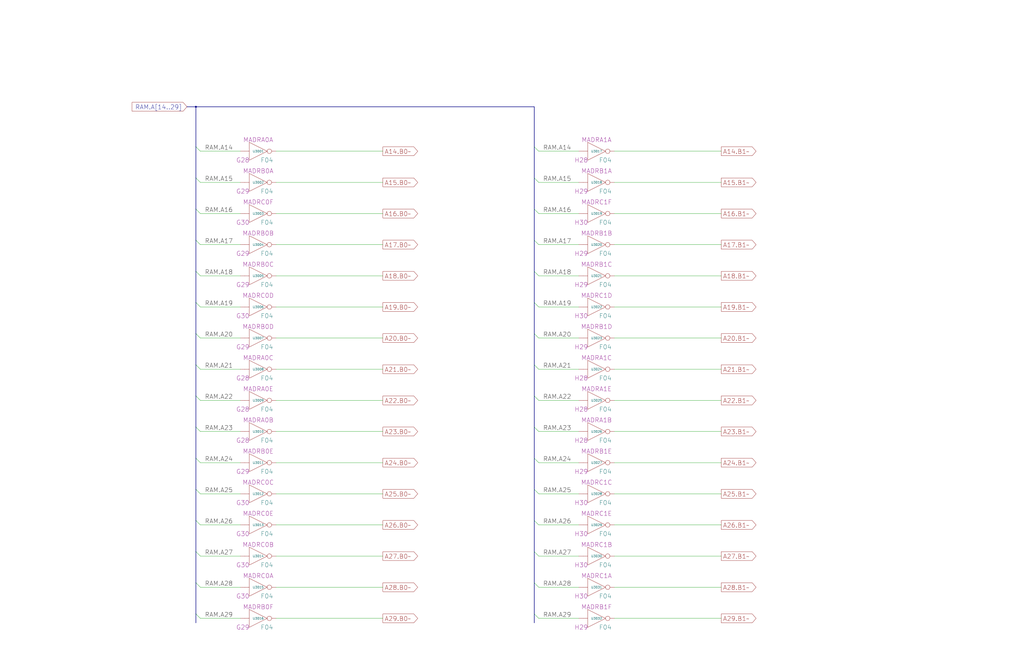
<source format=kicad_sch>
(kicad_sch (version 20250114) (generator "eeschema") (generator_version "9.0")
  (paper "User" 584.2 378.46)
  (title_block (title "MEMORY\\nBYTE 0 & 1 ADDRESS DRIVERS") (date "22-SEP-90") (rev "2.0") (comment 1 "IOC") (comment 2 "232-003061") (comment 3 "S400") (comment 4 "RELEASED"))
  (lib_symbols
    (symbol "r1000:F04" (pin_numbers (hide yes)) (pin_names (hide yes))
      (property "Reference" "U" (at 0 0 0))
      (property "Value" "F04" (at 1.27 -5.08 0))
      (property "Location" "___" (at -12.7 -5.08 0))
      (property "Name" "______" (at 0 5.08 0))
      (symbol "F04_0_1"
        (polyline (pts (xy -7.62 0) (xy -5.08 0)) (stroke (width 0.1524)))
        (polyline (pts (xy -5.08 5.08) (xy -5.08 -5.08)) (stroke (width 0.1524)))
        (polyline (pts (xy 5.08 0) (xy -5.08 5.08)) (stroke (width 0.1524)))
        (polyline (pts (xy 5.08 0) (xy -5.08 -5.08)) (stroke (width 0.1524)))
        (circle (center 6.35 0) (radius 1.27) (stroke (width 0.1524)))
      )
      (symbol "F04_1_1"
        (pin input line (at -10.16 0 0) (length 2.54) (name "D0") (number "1"))
        (pin output line (at 10.16 0 180) (length 2.54) (name "Q") (number "2"))
      )
    )
  )
  (junction (at 111.76 60.96))
  (bus_entry (at 304.8 297.18) (size 2.54 2.54))
  (bus_entry (at 304.8 172.72) (size 2.54 2.54))
  (bus_entry (at 111.76 119.38) (size 2.54 2.54))
  (bus_entry (at 111.76 154.94) (size 2.54 2.54))
  (bus_entry (at 304.8 261.62) (size 2.54 2.54))
  (bus_entry (at 304.8 101.6) (size 2.54 2.54))
  (bus_entry (at 111.76 137.16) (size 2.54 2.54))
  (bus_entry (at 111.76 172.72) (size 2.54 2.54))
  (bus_entry (at 111.76 190.5) (size 2.54 2.54))
  (bus_entry (at 304.8 243.84) (size 2.54 2.54))
  (bus_entry (at 304.8 83.82) (size 2.54 2.54))
  (bus_entry (at 304.8 208.28) (size 2.54 2.54))
  (bus_entry (at 304.8 279.4) (size 2.54 2.54))
  (bus_entry (at 111.76 297.18) (size 2.54 2.54))
  (bus_entry (at 111.76 83.82) (size 2.54 2.54))
  (bus_entry (at 304.8 119.38) (size 2.54 2.54))
  (bus_entry (at 111.76 243.84) (size 2.54 2.54))
  (bus_entry (at 304.8 350.52) (size 2.54 2.54))
  (bus_entry (at 304.8 332.74) (size 2.54 2.54))
  (bus_entry (at 304.8 226.06) (size 2.54 2.54))
  (bus_entry (at 111.76 332.74) (size 2.54 2.54))
  (bus_entry (at 111.76 101.6) (size 2.54 2.54))
  (bus_entry (at 111.76 314.96) (size 2.54 2.54))
  (bus_entry (at 111.76 261.62) (size 2.54 2.54))
  (bus_entry (at 304.8 154.94) (size 2.54 2.54))
  (bus_entry (at 304.8 137.16) (size 2.54 2.54))
  (bus_entry (at 111.76 279.4) (size 2.54 2.54))
  (bus_entry (at 304.8 314.96) (size 2.54 2.54))
  (bus_entry (at 111.76 350.52) (size 2.54 2.54))
  (bus_entry (at 111.76 208.28) (size 2.54 2.54))
  (bus_entry (at 111.76 226.06) (size 2.54 2.54))
  (bus_entry (at 304.8 190.5) (size 2.54 2.54))
  (bus (pts (xy 111.76 60.96) (xy 304.8 60.96)))
  (wire (pts (xy 114.3 157.48) (xy 137.16 157.48)))
  (bus (pts (xy 304.8 350.52) (xy 304.8 355.6)))
  (wire (pts (xy 307.34 299.72) (xy 330.2 299.72)))
  (bus (pts (xy 304.8 172.72) (xy 304.8 190.5)))
  (wire (pts (xy 114.3 121.92) (xy 137.16 121.92)))
  (bus (pts (xy 111.76 332.74) (xy 111.76 350.52)))
  (bus (pts (xy 304.8 297.18) (xy 304.8 314.96)))
  (bus (pts (xy 111.76 208.28) (xy 111.76 226.06)))
  (wire (pts (xy 307.34 210.82) (xy 330.2 210.82)))
  (bus (pts (xy 111.76 297.18) (xy 111.76 314.96)))
  (wire (pts (xy 157.48 86.36) (xy 218.44 86.36)))
  (wire (pts (xy 114.3 317.5) (xy 137.16 317.5)))
  (wire (pts (xy 307.34 86.36) (xy 330.2 86.36)))
  (bus (pts (xy 111.76 172.72) (xy 111.76 190.5)))
  (bus (pts (xy 304.8 137.16) (xy 304.8 154.94)))
  (wire (pts (xy 114.3 86.36) (xy 137.16 86.36)))
  (bus (pts (xy 304.8 208.28) (xy 304.8 226.06)))
  (wire (pts (xy 157.48 246.38) (xy 218.44 246.38)))
  (wire (pts (xy 307.34 121.92) (xy 330.2 121.92)))
  (bus (pts (xy 304.8 60.96) (xy 304.8 83.82)))
  (bus (pts (xy 304.8 154.94) (xy 304.8 172.72)))
  (wire (pts (xy 157.48 299.72) (xy 218.44 299.72)))
  (wire (pts (xy 350.52 335.28) (xy 411.48 335.28)))
  (wire (pts (xy 350.52 157.48) (xy 411.48 157.48)))
  (bus (pts (xy 111.76 243.84) (xy 111.76 261.62)))
  (wire (pts (xy 157.48 317.5) (xy 218.44 317.5)))
  (bus (pts (xy 106.68 60.96) (xy 111.76 60.96)))
  (wire (pts (xy 114.3 353.06) (xy 137.16 353.06)))
  (wire (pts (xy 157.48 228.6) (xy 218.44 228.6)))
  (wire (pts (xy 350.52 246.38) (xy 411.48 246.38)))
  (wire (pts (xy 157.48 157.48) (xy 218.44 157.48)))
  (bus (pts (xy 111.76 154.94) (xy 111.76 172.72)))
  (bus (pts (xy 111.76 137.16) (xy 111.76 154.94)))
  (wire (pts (xy 157.48 175.26) (xy 218.44 175.26)))
  (wire (pts (xy 114.3 193.04) (xy 137.16 193.04)))
  (bus (pts (xy 111.76 119.38) (xy 111.76 137.16)))
  (wire (pts (xy 157.48 139.7) (xy 218.44 139.7)))
  (bus (pts (xy 111.76 279.4) (xy 111.76 297.18)))
  (wire (pts (xy 114.3 264.16) (xy 137.16 264.16)))
  (wire (pts (xy 350.52 193.04) (xy 411.48 193.04)))
  (wire (pts (xy 157.48 104.14) (xy 218.44 104.14)))
  (wire (pts (xy 350.52 175.26) (xy 411.48 175.26)))
  (bus (pts (xy 304.8 261.62) (xy 304.8 279.4)))
  (wire (pts (xy 157.48 121.92) (xy 218.44 121.92)))
  (wire (pts (xy 157.48 210.82) (xy 218.44 210.82)))
  (wire (pts (xy 307.34 246.38) (xy 330.2 246.38)))
  (wire (pts (xy 350.52 353.06) (xy 411.48 353.06)))
  (wire (pts (xy 157.48 335.28) (xy 218.44 335.28)))
  (bus (pts (xy 304.8 243.84) (xy 304.8 261.62)))
  (bus (pts (xy 111.76 314.96) (xy 111.76 332.74)))
  (wire (pts (xy 350.52 228.6) (xy 411.48 228.6)))
  (wire (pts (xy 114.3 210.82) (xy 137.16 210.82)))
  (bus (pts (xy 304.8 83.82) (xy 304.8 101.6)))
  (wire (pts (xy 114.3 175.26) (xy 137.16 175.26)))
  (bus (pts (xy 111.76 83.82) (xy 111.76 101.6)))
  (wire (pts (xy 114.3 299.72) (xy 137.16 299.72)))
  (bus (pts (xy 304.8 279.4) (xy 304.8 297.18)))
  (wire (pts (xy 307.34 281.94) (xy 330.2 281.94)))
  (wire (pts (xy 307.34 104.14) (xy 330.2 104.14)))
  (wire (pts (xy 307.34 175.26) (xy 330.2 175.26)))
  (bus (pts (xy 111.76 261.62) (xy 111.76 279.4)))
  (wire (pts (xy 350.52 299.72) (xy 411.48 299.72)))
  (wire (pts (xy 114.3 281.94) (xy 137.16 281.94)))
  (wire (pts (xy 157.48 264.16) (xy 218.44 264.16)))
  (wire (pts (xy 114.3 246.38) (xy 137.16 246.38)))
  (bus (pts (xy 304.8 119.38) (xy 304.8 137.16)))
  (wire (pts (xy 157.48 353.06) (xy 218.44 353.06)))
  (wire (pts (xy 307.34 353.06) (xy 330.2 353.06)))
  (wire (pts (xy 114.3 139.7) (xy 137.16 139.7)))
  (wire (pts (xy 307.34 335.28) (xy 330.2 335.28)))
  (wire (pts (xy 307.34 157.48) (xy 330.2 157.48)))
  (wire (pts (xy 157.48 281.94) (xy 218.44 281.94)))
  (bus (pts (xy 111.76 226.06) (xy 111.76 243.84)))
  (bus (pts (xy 111.76 60.96) (xy 111.76 83.82)))
  (bus (pts (xy 304.8 332.74) (xy 304.8 350.52)))
  (wire (pts (xy 350.52 104.14) (xy 411.48 104.14)))
  (bus (pts (xy 304.8 190.5) (xy 304.8 208.28)))
  (wire (pts (xy 114.3 104.14) (xy 137.16 104.14)))
  (wire (pts (xy 350.52 139.7) (xy 411.48 139.7)))
  (bus (pts (xy 111.76 101.6) (xy 111.76 119.38)))
  (wire (pts (xy 350.52 281.94) (xy 411.48 281.94)))
  (wire (pts (xy 350.52 264.16) (xy 411.48 264.16)))
  (bus (pts (xy 111.76 350.52) (xy 111.76 355.6)))
  (bus (pts (xy 304.8 226.06) (xy 304.8 243.84)))
  (wire (pts (xy 114.3 228.6) (xy 137.16 228.6)))
  (wire (pts (xy 114.3 335.28) (xy 137.16 335.28)))
  (wire (pts (xy 350.52 86.36) (xy 411.48 86.36)))
  (wire (pts (xy 350.52 317.5) (xy 411.48 317.5)))
  (wire (pts (xy 307.34 139.7) (xy 330.2 139.7)))
  (wire (pts (xy 350.52 121.92) (xy 411.48 121.92)))
  (bus (pts (xy 111.76 190.5) (xy 111.76 208.28)))
  (wire (pts (xy 307.34 193.04) (xy 330.2 193.04)))
  (bus (pts (xy 304.8 314.96) (xy 304.8 332.74)))
  (bus (pts (xy 304.8 101.6) (xy 304.8 119.38)))
  (wire (pts (xy 307.34 264.16) (xy 330.2 264.16)))
  (wire (pts (xy 350.52 210.82) (xy 411.48 210.82)))
  (wire (pts (xy 307.34 228.6) (xy 330.2 228.6)))
  (wire (pts (xy 307.34 317.5) (xy 330.2 317.5)))
  (wire (pts (xy 157.48 193.04) (xy 218.44 193.04)))
  (label "RAM.A27" (at 309.88 317.5 0) (effects (font (size 2.54 2.54))))
  (label "RAM.A19" (at 116.84 175.26 0) (effects (font (size 2.54 2.54))))
  (label "RAM.A14" (at 309.88 86.36 0) (effects (font (size 2.54 2.54))))
  (label "RAM.A29" (at 309.88 353.06 0) (effects (font (size 2.54 2.54))))
  (label "RAM.A26" (at 309.88 299.72 0) (effects (font (size 2.54 2.54))))
  (label "RAM.A23" (at 309.88 246.38 0) (effects (font (size 2.54 2.54))))
  (label "RAM.A24" (at 309.88 264.16 0) (effects (font (size 2.54 2.54))))
  (label "RAM.A21" (at 116.84 210.82 0) (effects (font (size 2.54 2.54))))
  (label "RAM.A29" (at 116.84 353.06 0) (effects (font (size 2.54 2.54))))
  (label "RAM.A24" (at 116.84 264.16 0) (effects (font (size 2.54 2.54))))
  (label "RAM.A22" (at 309.88 228.6 0) (effects (font (size 2.54 2.54))))
  (label "RAM.A15" (at 309.88 104.14 0) (effects (font (size 2.54 2.54))))
  (label "RAM.A17" (at 309.88 139.7 0) (effects (font (size 2.54 2.54))))
  (label "RAM.A16" (at 116.84 121.92 0) (effects (font (size 2.54 2.54))))
  (label "RAM.A19" (at 309.88 175.26 0) (effects (font (size 2.54 2.54))))
  (label "RAM.A20" (at 309.88 193.04 0) (effects (font (size 2.54 2.54))))
  (label "RAM.A25" (at 309.88 281.94 0) (effects (font (size 2.54 2.54))))
  (label "RAM.A22" (at 116.84 228.6 0) (effects (font (size 2.54 2.54))))
  (label "RAM.A25" (at 116.84 281.94 0) (effects (font (size 2.54 2.54))))
  (label "RAM.A18" (at 309.88 157.48 0) (effects (font (size 2.54 2.54))))
  (label "RAM.A21" (at 309.88 210.82 0) (effects (font (size 2.54 2.54))))
  (label "RAM.A14" (at 116.84 86.36 0) (effects (font (size 2.54 2.54))))
  (label "RAM.A16" (at 309.88 121.92 0) (effects (font (size 2.54 2.54))))
  (label "RAM.A15" (at 116.84 104.14 0) (effects (font (size 2.54 2.54))))
  (label "RAM.A23" (at 116.84 246.38 0) (effects (font (size 2.54 2.54))))
  (label "RAM.A28" (at 116.84 335.28 0) (effects (font (size 2.54 2.54))))
  (label "RAM.A17" (at 116.84 139.7 0) (effects (font (size 2.54 2.54))))
  (label "RAM.A28" (at 309.88 335.28 0) (effects (font (size 2.54 2.54))))
  (label "RAM.A27" (at 116.84 317.5 0) (effects (font (size 2.54 2.54))))
  (label "RAM.A18" (at 116.84 157.48 0) (effects (font (size 2.54 2.54))))
  (label "RAM.A20" (at 116.84 193.04 0) (effects (font (size 2.54 2.54))))
  (label "RAM.A26" (at 116.84 299.72 0) (effects (font (size 2.54 2.54))))
  (global_label "A20.B1~" (shape output) (at 411.48 193.04 0) (effects (font (size 2.54 2.54))) (property "Intersheetrefs" "${INTERSHEET_REFS}" (at 431.927 192.8813 0) (effects (font (size 1.905 1.905)) (justify left))))
  (global_label "A15.B0~" (shape output) (at 218.44 104.14 0) (effects (font (size 2.54 2.54))) (property "Intersheetrefs" "${INTERSHEET_REFS}" (at 238.887 103.9813 0) (effects (font (size 1.905 1.905)) (justify left))))
  (global_label "A16.B0~" (shape output) (at 218.44 121.92 0) (effects (font (size 2.54 2.54))) (property "Intersheetrefs" "${INTERSHEET_REFS}" (at 238.887 121.7613 0) (effects (font (size 1.905 1.905)) (justify left))))
  (global_label "A25.B0~" (shape output) (at 218.44 281.94 0) (effects (font (size 2.54 2.54))) (property "Intersheetrefs" "${INTERSHEET_REFS}" (at 238.887 281.7813 0) (effects (font (size 1.905 1.905)) (justify left))))
  (global_label "A29.B0~" (shape output) (at 218.44 353.06 0) (effects (font (size 2.54 2.54))) (property "Intersheetrefs" "${INTERSHEET_REFS}" (at 238.887 352.9013 0) (effects (font (size 1.905 1.905)) (justify left))))
  (global_label "A27.B0~" (shape output) (at 218.44 317.5 0) (effects (font (size 2.54 2.54))) (property "Intersheetrefs" "${INTERSHEET_REFS}" (at 238.887 317.3413 0) (effects (font (size 1.905 1.905)) (justify left))))
  (global_label "A23.B1~" (shape output) (at 411.48 246.38 0) (effects (font (size 2.54 2.54))) (property "Intersheetrefs" "${INTERSHEET_REFS}" (at 431.927 246.2213 0) (effects (font (size 1.905 1.905)) (justify left))))
  (global_label "A19.B1~" (shape output) (at 411.48 175.26 0) (effects (font (size 2.54 2.54))) (property "Intersheetrefs" "${INTERSHEET_REFS}" (at 431.927 175.1013 0) (effects (font (size 1.905 1.905)) (justify left))))
  (global_label "A16.B1~" (shape output) (at 411.48 121.92 0) (effects (font (size 2.54 2.54))) (property "Intersheetrefs" "${INTERSHEET_REFS}" (at 431.927 121.7613 0) (effects (font (size 1.905 1.905)) (justify left))))
  (global_label "A24.B0~" (shape output) (at 218.44 264.16 0) (effects (font (size 2.54 2.54))) (property "Intersheetrefs" "${INTERSHEET_REFS}" (at 238.887 264.0013 0) (effects (font (size 1.905 1.905)) (justify left))))
  (global_label "A29.B1~" (shape output) (at 411.48 353.06 0) (effects (font (size 2.54 2.54))) (property "Intersheetrefs" "${INTERSHEET_REFS}" (at 431.927 352.9013 0) (effects (font (size 1.905 1.905)) (justify left))))
  (global_label "A24.B1~" (shape output) (at 411.48 264.16 0) (effects (font (size 2.54 2.54))) (property "Intersheetrefs" "${INTERSHEET_REFS}" (at 431.927 264.0013 0) (effects (font (size 1.905 1.905)) (justify left))))
  (global_label "A28.B1~" (shape output) (at 411.48 335.28 0) (effects (font (size 2.54 2.54))) (property "Intersheetrefs" "${INTERSHEET_REFS}" (at 431.927 335.1213 0) (effects (font (size 1.905 1.905)) (justify left))))
  (global_label "A26.B1~" (shape output) (at 411.48 299.72 0) (effects (font (size 2.54 2.54))) (property "Intersheetrefs" "${INTERSHEET_REFS}" (at 431.927 299.5613 0) (effects (font (size 1.905 1.905)) (justify left))))
  (global_label "A17.B1~" (shape output) (at 411.48 139.7 0) (effects (font (size 2.54 2.54))) (property "Intersheetrefs" "${INTERSHEET_REFS}" (at 431.927 139.5413 0) (effects (font (size 1.905 1.905)) (justify left))))
  (global_label "A23.B0~" (shape output) (at 218.44 246.38 0) (effects (font (size 2.54 2.54))) (property "Intersheetrefs" "${INTERSHEET_REFS}" (at 238.887 246.2213 0) (effects (font (size 1.905 1.905)) (justify left))))
  (global_label "A17.B0~" (shape output) (at 218.44 139.7 0) (effects (font (size 2.54 2.54))) (property "Intersheetrefs" "${INTERSHEET_REFS}" (at 238.887 139.5413 0) (effects (font (size 1.905 1.905)) (justify left))))
  (global_label "A28.B0~" (shape output) (at 218.44 335.28 0) (effects (font (size 2.54 2.54))) (property "Intersheetrefs" "${INTERSHEET_REFS}" (at 238.887 335.1213 0) (effects (font (size 1.905 1.905)) (justify left))))
  (global_label "A22.B1~" (shape output) (at 411.48 228.6 0) (effects (font (size 2.54 2.54))) (property "Intersheetrefs" "${INTERSHEET_REFS}" (at 431.927 228.4413 0) (effects (font (size 1.905 1.905)) (justify left))))
  (global_label "A22.B0~" (shape output) (at 218.44 228.6 0) (effects (font (size 2.54 2.54))) (property "Intersheetrefs" "${INTERSHEET_REFS}" (at 238.887 228.4413 0) (effects (font (size 1.905 1.905)) (justify left))))
  (global_label "A27.B1~" (shape output) (at 411.48 317.5 0) (effects (font (size 2.54 2.54))) (property "Intersheetrefs" "${INTERSHEET_REFS}" (at 431.927 317.3413 0) (effects (font (size 1.905 1.905)) (justify left))))
  (global_label "A26.B0~" (shape output) (at 218.44 299.72 0) (effects (font (size 2.54 2.54))) (property "Intersheetrefs" "${INTERSHEET_REFS}" (at 238.887 299.5613 0) (effects (font (size 1.905 1.905)) (justify left))))
  (global_label "A18.B0~" (shape output) (at 218.44 157.48 0) (effects (font (size 2.54 2.54))) (property "Intersheetrefs" "${INTERSHEET_REFS}" (at 238.887 157.3213 0) (effects (font (size 1.905 1.905)) (justify left))))
  (global_label "A21.B0~" (shape output) (at 218.44 210.82 0) (effects (font (size 2.54 2.54))) (property "Intersheetrefs" "${INTERSHEET_REFS}" (at 238.887 210.6613 0) (effects (font (size 1.905 1.905)) (justify left))))
  (global_label "A15.B1~" (shape output) (at 411.48 104.14 0) (effects (font (size 2.54 2.54))) (property "Intersheetrefs" "${INTERSHEET_REFS}" (at 431.927 103.9813 0) (effects (font (size 1.905 1.905)) (justify left))))
  (global_label "RAM.A[14..29]" (shape input) (at 106.68 60.96 180) (effects (font (size 2.54 2.54))) (property "Intersheetrefs" "${INTERSHEET_REFS}" (at 74.9844 60.8013 0) (effects (font (size 1.905 1.905)) (justify right))))
  (global_label "A21.B1~" (shape output) (at 411.48 210.82 0) (effects (font (size 2.54 2.54))) (property "Intersheetrefs" "${INTERSHEET_REFS}" (at 431.927 210.6613 0) (effects (font (size 1.905 1.905)) (justify left))))
  (global_label "A19.B0~" (shape output) (at 218.44 175.26 0) (effects (font (size 2.54 2.54))) (property "Intersheetrefs" "${INTERSHEET_REFS}" (at 238.887 175.1013 0) (effects (font (size 1.905 1.905)) (justify left))))
  (global_label "A14.B1~" (shape output) (at 411.48 86.36 0) (effects (font (size 2.54 2.54))) (property "Intersheetrefs" "${INTERSHEET_REFS}" (at 431.927 86.2013 0) (effects (font (size 1.905 1.905)) (justify left))))
  (global_label "A14.B0~" (shape output) (at 218.44 86.36 0) (effects (font (size 2.54 2.54))) (property "Intersheetrefs" "${INTERSHEET_REFS}" (at 238.887 86.2013 0) (effects (font (size 1.905 1.905)) (justify left))))
  (global_label "A25.B1~" (shape output) (at 411.48 281.94 0) (effects (font (size 2.54 2.54))) (property "Intersheetrefs" "${INTERSHEET_REFS}" (at 431.927 281.7813 0) (effects (font (size 1.905 1.905)) (justify left))))
  (global_label "A20.B0~" (shape output) (at 218.44 193.04 0) (effects (font (size 2.54 2.54))) (property "Intersheetrefs" "${INTERSHEET_REFS}" (at 238.887 192.8813 0) (effects (font (size 1.905 1.905)) (justify left))))
  (global_label "A18.B1~" (shape output) (at 411.48 157.48 0) (effects (font (size 2.54 2.54))) (property "Intersheetrefs" "${INTERSHEET_REFS}" (at 431.927 157.3213 0) (effects (font (size 1.905 1.905)) (justify left))))
  (symbol (lib_id "r1000:F04") (at 147.32 210.82 0) (unit 1)
    (property "Reference" "U3008" (at 147.32 210.82 0))
    (property "Value" "F04" (at 148.59 215.9 0) (effects (font (size 2.54 2.54)) (justify left)))
    (property "Location" "G28" (at 134.62 215.9 0) (effects (font (size 2.54 2.54)) (justify left)))
    (property "Name" "MADRA0C" (at 147.32 205.74 0) (effects (font (size 2.54 2.54)) (justify bottom)))
  )
  (symbol (lib_id "r1000:F04") (at 147.32 193.04 0) (unit 1)
    (property "Reference" "U3007" (at 147.32 193.04 0))
    (property "Value" "F04" (at 148.59 198.12 0) (effects (font (size 2.54 2.54)) (justify left)))
    (property "Location" "G29" (at 134.62 198.12 0) (effects (font (size 2.54 2.54)) (justify left)))
    (property "Name" "MADRB0D" (at 147.32 187.96 0) (effects (font (size 2.54 2.54)) (justify bottom)))
  )
  (symbol (lib_id "r1000:F04") (at 340.36 246.38 0) (unit 1)
    (property "Reference" "U3026" (at 340.36 246.38 0))
    (property "Value" "F04" (at 341.63 251.46 0) (effects (font (size 2.54 2.54)) (justify left)))
    (property "Location" "H28" (at 327.66 251.46 0) (effects (font (size 2.54 2.54)) (justify left)))
    (property "Name" "MADRA1B" (at 340.36 241.3 0) (effects (font (size 2.54 2.54)) (justify bottom)))
  )
  (symbol (lib_id "r1000:F04") (at 340.36 353.06 0) (unit 1)
    (property "Reference" "U3032" (at 340.36 353.06 0))
    (property "Value" "F04" (at 341.63 358.14 0) (effects (font (size 2.54 2.54)) (justify left)))
    (property "Location" "H29" (at 327.66 358.14 0) (effects (font (size 2.54 2.54)) (justify left)))
    (property "Name" "MADRB1F" (at 340.36 347.98 0) (effects (font (size 2.54 2.54)) (justify bottom)))
  )
  (symbol (lib_id "r1000:F04") (at 340.36 157.48 0) (unit 1)
    (property "Reference" "U3021" (at 340.36 157.48 0))
    (property "Value" "F04" (at 341.63 162.56 0) (effects (font (size 2.54 2.54)) (justify left)))
    (property "Location" "H29" (at 327.66 162.56 0) (effects (font (size 2.54 2.54)) (justify left)))
    (property "Name" "MADRB1C" (at 340.36 152.4 0) (effects (font (size 2.54 2.54)) (justify bottom)))
  )
  (symbol (lib_id "r1000:F04") (at 147.32 246.38 0) (unit 1)
    (property "Reference" "U3010" (at 147.32 246.38 0))
    (property "Value" "F04" (at 148.59 251.46 0) (effects (font (size 2.54 2.54)) (justify left)))
    (property "Location" "G28" (at 134.62 251.46 0) (effects (font (size 2.54 2.54)) (justify left)))
    (property "Name" "MADRA0B" (at 147.32 241.3 0) (effects (font (size 2.54 2.54)) (justify bottom)))
  )
  (symbol (lib_id "r1000:F04") (at 340.36 335.28 0) (unit 1)
    (property "Reference" "U3031" (at 340.36 335.28 0))
    (property "Value" "F04" (at 341.63 340.36 0) (effects (font (size 2.54 2.54)) (justify left)))
    (property "Location" "H30" (at 327.66 340.36 0) (effects (font (size 2.54 2.54)) (justify left)))
    (property "Name" "MADRC1A" (at 340.36 330.2 0) (effects (font (size 2.54 2.54)) (justify bottom)))
  )
  (symbol (lib_id "r1000:F04") (at 147.32 281.94 0) (unit 1)
    (property "Reference" "U3012" (at 147.32 281.94 0))
    (property "Value" "F04" (at 148.59 287.02 0) (effects (font (size 2.54 2.54)) (justify left)))
    (property "Location" "G30" (at 134.62 287.02 0) (effects (font (size 2.54 2.54)) (justify left)))
    (property "Name" "MADRC0C" (at 147.32 276.86 0) (effects (font (size 2.54 2.54)) (justify bottom)))
  )
  (symbol (lib_id "r1000:F04") (at 340.36 104.14 0) (unit 1)
    (property "Reference" "U3018" (at 340.36 104.14 0))
    (property "Value" "F04" (at 341.63 109.22 0) (effects (font (size 2.54 2.54)) (justify left)))
    (property "Location" "H29" (at 327.66 109.22 0) (effects (font (size 2.54 2.54)) (justify left)))
    (property "Name" "MADRB1A" (at 340.36 99.06 0) (effects (font (size 2.54 2.54)) (justify bottom)))
  )
  (symbol (lib_id "r1000:F04") (at 147.32 264.16 0) (unit 1)
    (property "Reference" "U3011" (at 147.32 264.16 0))
    (property "Value" "F04" (at 148.59 269.24 0) (effects (font (size 2.54 2.54)) (justify left)))
    (property "Location" "G29" (at 134.62 269.24 0) (effects (font (size 2.54 2.54)) (justify left)))
    (property "Name" "MADRB0E" (at 147.32 259.08 0) (effects (font (size 2.54 2.54)) (justify bottom)))
  )
  (symbol (lib_id "r1000:F04") (at 147.32 317.5 0) (unit 1)
    (property "Reference" "U3014" (at 147.32 317.5 0))
    (property "Value" "F04" (at 148.59 322.58 0) (effects (font (size 2.54 2.54)) (justify left)))
    (property "Location" "G30" (at 134.62 322.58 0) (effects (font (size 2.54 2.54)) (justify left)))
    (property "Name" "MADRC0B" (at 147.32 312.42 0) (effects (font (size 2.54 2.54)) (justify bottom)))
  )
  (symbol (lib_id "r1000:F04") (at 147.32 86.36 0) (unit 1)
    (property "Reference" "U3001" (at 147.32 86.36 0))
    (property "Value" "F04" (at 148.59 91.44 0) (effects (font (size 2.54 2.54)) (justify left)))
    (property "Location" "G28" (at 134.62 91.44 0) (effects (font (size 2.54 2.54)) (justify left)))
    (property "Name" "MADRA0A" (at 147.32 81.28 0) (effects (font (size 2.54 2.54)) (justify bottom)))
  )
  (symbol (lib_id "r1000:F04") (at 340.36 228.6 0) (unit 1)
    (property "Reference" "U3025" (at 340.36 228.6 0))
    (property "Value" "F04" (at 341.63 233.68 0) (effects (font (size 2.54 2.54)) (justify left)))
    (property "Location" "H28" (at 327.66 233.68 0) (effects (font (size 2.54 2.54)) (justify left)))
    (property "Name" "MADRA1E" (at 340.36 223.52 0) (effects (font (size 2.54 2.54)) (justify bottom)))
  )
  (symbol (lib_id "r1000:F04") (at 340.36 210.82 0) (unit 1)
    (property "Reference" "U3024" (at 340.36 210.82 0))
    (property "Value" "F04" (at 341.63 215.9 0) (effects (font (size 2.54 2.54)) (justify left)))
    (property "Location" "H28" (at 327.66 215.9 0) (effects (font (size 2.54 2.54)) (justify left)))
    (property "Name" "MADRA1C" (at 340.36 205.74 0) (effects (font (size 2.54 2.54)) (justify bottom)))
  )
  (symbol (lib_id "r1000:F04") (at 340.36 317.5 0) (unit 1)
    (property "Reference" "U3030" (at 340.36 317.5 0))
    (property "Value" "F04" (at 341.63 322.58 0) (effects (font (size 2.54 2.54)) (justify left)))
    (property "Location" "H30" (at 327.66 322.58 0) (effects (font (size 2.54 2.54)) (justify left)))
    (property "Name" "MADRC1B" (at 340.36 312.42 0) (effects (font (size 2.54 2.54)) (justify bottom)))
  )
  (symbol (lib_id "r1000:F04") (at 340.36 281.94 0) (unit 1)
    (property "Reference" "U3028" (at 340.36 281.94 0))
    (property "Value" "F04" (at 341.63 287.02 0) (effects (font (size 2.54 2.54)) (justify left)))
    (property "Location" "H30" (at 327.66 287.02 0) (effects (font (size 2.54 2.54)) (justify left)))
    (property "Name" "MADRC1C" (at 340.36 276.86 0) (effects (font (size 2.54 2.54)) (justify bottom)))
  )
  (symbol (lib_id "r1000:F04") (at 147.32 157.48 0) (unit 1)
    (property "Reference" "U3005" (at 147.32 157.48 0))
    (property "Value" "F04" (at 148.59 162.56 0) (effects (font (size 2.54 2.54)) (justify left)))
    (property "Location" "G29" (at 134.62 162.56 0) (effects (font (size 2.54 2.54)) (justify left)))
    (property "Name" "MADRB0C" (at 147.32 152.4 0) (effects (font (size 2.54 2.54)) (justify bottom)))
  )
  (symbol (lib_id "r1000:F04") (at 147.32 353.06 0) (unit 1)
    (property "Reference" "U3016" (at 147.32 353.06 0))
    (property "Value" "F04" (at 148.59 358.14 0) (effects (font (size 2.54 2.54)) (justify left)))
    (property "Location" "G29" (at 134.62 358.14 0) (effects (font (size 2.54 2.54)) (justify left)))
    (property "Name" "MADRB0F" (at 147.32 347.98 0) (effects (font (size 2.54 2.54)) (justify bottom)))
  )
  (symbol (lib_id "r1000:F04") (at 147.32 121.92 0) (unit 1)
    (property "Reference" "U3003" (at 147.32 121.92 0))
    (property "Value" "F04" (at 148.59 127 0) (effects (font (size 2.54 2.54)) (justify left)))
    (property "Location" "G30" (at 134.62 127 0) (effects (font (size 2.54 2.54)) (justify left)))
    (property "Name" "MADRC0F" (at 147.32 116.84 0) (effects (font (size 2.54 2.54)) (justify bottom)))
  )
  (symbol (lib_id "r1000:F04") (at 147.32 335.28 0) (unit 1)
    (property "Reference" "U3015" (at 147.32 335.28 0))
    (property "Value" "F04" (at 148.59 340.36 0) (effects (font (size 2.54 2.54)) (justify left)))
    (property "Location" "G30" (at 134.62 340.36 0) (effects (font (size 2.54 2.54)) (justify left)))
    (property "Name" "MADRC0A" (at 147.32 330.2 0) (effects (font (size 2.54 2.54)) (justify bottom)))
  )
  (symbol (lib_id "r1000:F04") (at 147.32 228.6 0) (unit 1)
    (property "Reference" "U3009" (at 147.32 228.6 0))
    (property "Value" "F04" (at 148.59 233.68 0) (effects (font (size 2.54 2.54)) (justify left)))
    (property "Location" "G28" (at 134.62 233.68 0) (effects (font (size 2.54 2.54)) (justify left)))
    (property "Name" "MADRA0E" (at 147.32 223.52 0) (effects (font (size 2.54 2.54)) (justify bottom)))
  )
  (symbol (lib_id "r1000:F04") (at 340.36 193.04 0) (unit 1)
    (property "Reference" "U3023" (at 340.36 193.04 0))
    (property "Value" "F04" (at 341.63 198.12 0) (effects (font (size 2.54 2.54)) (justify left)))
    (property "Location" "H29" (at 327.66 198.12 0) (effects (font (size 2.54 2.54)) (justify left)))
    (property "Name" "MADRB1D" (at 340.36 187.96 0) (effects (font (size 2.54 2.54)) (justify bottom)))
  )
  (symbol (lib_id "r1000:F04") (at 147.32 104.14 0) (unit 1)
    (property "Reference" "U3002" (at 147.32 104.14 0))
    (property "Value" "F04" (at 148.59 109.22 0) (effects (font (size 2.54 2.54)) (justify left)))
    (property "Location" "G29" (at 134.62 109.22 0) (effects (font (size 2.54 2.54)) (justify left)))
    (property "Name" "MADRB0A" (at 147.32 99.06 0) (effects (font (size 2.54 2.54)) (justify bottom)))
  )
  (symbol (lib_id "r1000:F04") (at 340.36 175.26 0) (unit 1)
    (property "Reference" "U3022" (at 340.36 175.26 0))
    (property "Value" "F04" (at 341.63 180.34 0) (effects (font (size 2.54 2.54)) (justify left)))
    (property "Location" "H30" (at 327.66 180.34 0) (effects (font (size 2.54 2.54)) (justify left)))
    (property "Name" "MADRC1D" (at 340.36 170.18 0) (effects (font (size 2.54 2.54)) (justify bottom)))
  )
  (symbol (lib_id "r1000:F04") (at 340.36 139.7 0) (unit 1)
    (property "Reference" "U3020" (at 340.36 139.7 0))
    (property "Value" "F04" (at 341.63 144.78 0) (effects (font (size 2.54 2.54)) (justify left)))
    (property "Location" "H29" (at 327.66 144.78 0) (effects (font (size 2.54 2.54)) (justify left)))
    (property "Name" "MADRB1B" (at 340.36 134.62 0) (effects (font (size 2.54 2.54)) (justify bottom)))
  )
  (symbol (lib_id "r1000:F04") (at 340.36 299.72 0) (unit 1)
    (property "Reference" "U3029" (at 340.36 299.72 0))
    (property "Value" "F04" (at 341.63 304.8 0) (effects (font (size 2.54 2.54)) (justify left)))
    (property "Location" "H30" (at 327.66 304.8 0) (effects (font (size 2.54 2.54)) (justify left)))
    (property "Name" "MADRC1E" (at 340.36 294.64 0) (effects (font (size 2.54 2.54)) (justify bottom)))
  )
  (symbol (lib_id "r1000:F04") (at 340.36 264.16 0) (unit 1)
    (property "Reference" "U3027" (at 340.36 264.16 0))
    (property "Value" "F04" (at 341.63 269.24 0) (effects (font (size 2.54 2.54)) (justify left)))
    (property "Location" "H29" (at 327.66 269.24 0) (effects (font (size 2.54 2.54)) (justify left)))
    (property "Name" "MADRB1E" (at 340.36 259.08 0) (effects (font (size 2.54 2.54)) (justify bottom)))
  )
  (symbol (lib_id "r1000:F04") (at 340.36 121.92 0) (unit 1)
    (property "Reference" "U3019" (at 340.36 121.92 0))
    (property "Value" "F04" (at 341.63 127 0) (effects (font (size 2.54 2.54)) (justify left)))
    (property "Location" "H30" (at 327.66 127 0) (effects (font (size 2.54 2.54)) (justify left)))
    (property "Name" "MADRC1F" (at 340.36 116.84 0) (effects (font (size 2.54 2.54)) (justify bottom)))
  )
  (symbol (lib_id "r1000:F04") (at 147.32 299.72 0) (unit 1)
    (property "Reference" "U3013" (at 147.32 299.72 0))
    (property "Value" "F04" (at 148.59 304.8 0) (effects (font (size 2.54 2.54)) (justify left)))
    (property "Location" "G30" (at 134.62 304.8 0) (effects (font (size 2.54 2.54)) (justify left)))
    (property "Name" "MADRC0E" (at 147.32 294.64 0) (effects (font (size 2.54 2.54)) (justify bottom)))
  )
  (symbol (lib_id "r1000:F04") (at 147.32 175.26 0) (unit 1)
    (property "Reference" "U3006" (at 147.32 175.26 0))
    (property "Value" "F04" (at 148.59 180.34 0) (effects (font (size 2.54 2.54)) (justify left)))
    (property "Location" "G30" (at 134.62 180.34 0) (effects (font (size 2.54 2.54)) (justify left)))
    (property "Name" "MADRC0D" (at 147.32 170.18 0) (effects (font (size 2.54 2.54)) (justify bottom)))
  )
  (symbol (lib_id "r1000:F04") (at 340.36 86.36 0) (unit 1)
    (property "Reference" "U3017" (at 340.36 86.36 0))
    (property "Value" "F04" (at 341.63 91.44 0) (effects (font (size 2.54 2.54)) (justify left)))
    (property "Location" "H28" (at 327.66 91.44 0) (effects (font (size 2.54 2.54)) (justify left)))
    (property "Name" "MADRA1A" (at 340.36 81.28 0) (effects (font (size 2.54 2.54)) (justify bottom)))
  )
  (symbol (lib_id "r1000:F04") (at 147.32 139.7 0) (unit 1)
    (property "Reference" "U3004" (at 147.32 139.7 0))
    (property "Value" "F04" (at 148.59 144.78 0) (effects (font (size 2.54 2.54)) (justify left)))
    (property "Location" "G29" (at 134.62 144.78 0) (effects (font (size 2.54 2.54)) (justify left)))
    (property "Name" "MADRB0B" (at 147.32 134.62 0) (effects (font (size 2.54 2.54)) (justify bottom)))
  )
)
</source>
